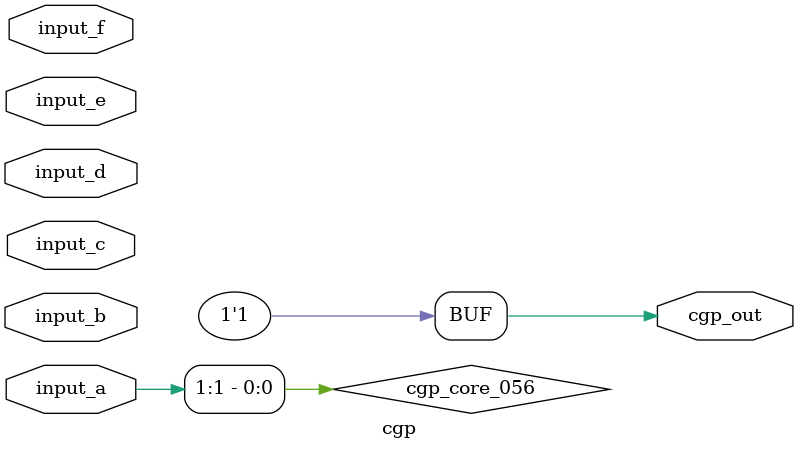
<source format=v>
module cgp(input [1:0] input_a, input [1:0] input_b, input [1:0] input_c, input [1:0] input_d, input [1:0] input_e, input [1:0] input_f, output [0:0] cgp_out);
  wire cgp_core_014;
  wire cgp_core_015;
  wire cgp_core_018;
  wire cgp_core_019_not;
  wire cgp_core_021;
  wire cgp_core_022;
  wire cgp_core_023;
  wire cgp_core_025;
  wire cgp_core_026;
  wire cgp_core_027;
  wire cgp_core_028;
  wire cgp_core_029;
  wire cgp_core_031;
  wire cgp_core_032;
  wire cgp_core_034;
  wire cgp_core_035;
  wire cgp_core_036;
  wire cgp_core_039;
  wire cgp_core_042;
  wire cgp_core_044;
  wire cgp_core_045;
  wire cgp_core_046;
  wire cgp_core_049;
  wire cgp_core_051;
  wire cgp_core_054_not;
  wire cgp_core_056;
  wire cgp_core_057;
  wire cgp_core_058;
  wire cgp_core_059;
  wire cgp_core_060;
  wire cgp_core_062;
  wire cgp_core_064;
  wire cgp_core_066;
  wire cgp_core_067;
  wire cgp_core_069;
  wire cgp_core_070;
  wire cgp_core_071;

  assign cgp_core_014 = input_a[0] ^ input_b[1];
  assign cgp_core_015 = ~(input_b[1] ^ input_a[0]);
  assign cgp_core_018 = ~(input_d[0] ^ input_a[0]);
  assign cgp_core_019_not = ~input_d[0];
  assign cgp_core_021 = ~(input_d[1] & input_a[1]);
  assign cgp_core_022 = input_b[0] ^ input_e[0];
  assign cgp_core_023 = input_a[1] | input_e[1];
  assign cgp_core_025 = ~input_d[0];
  assign cgp_core_026 = ~(input_c[1] | cgp_core_022);
  assign cgp_core_027 = input_a[0] & input_b[1];
  assign cgp_core_028 = input_d[0] | input_f[0];
  assign cgp_core_029 = ~input_a[0];
  assign cgp_core_031 = ~(input_f[0] | input_d[1]);
  assign cgp_core_032 = ~(input_e[1] | input_c[0]);
  assign cgp_core_034 = ~(input_f[0] | input_c[1]);
  assign cgp_core_035 = ~cgp_core_027;
  assign cgp_core_036 = ~(input_d[0] & input_e[0]);
  assign cgp_core_039 = cgp_core_018 ^ cgp_core_032;
  assign cgp_core_042 = cgp_core_039 | input_d[0];
  assign cgp_core_044 = ~(input_a[1] | input_c[0]);
  assign cgp_core_045 = input_a[1] ^ input_d[0];
  assign cgp_core_046 = ~cgp_core_044;
  assign cgp_core_049 = cgp_core_036 | input_a[0];
  assign cgp_core_051 = input_b[1] ^ input_a[1];
  assign cgp_core_054_not = ~input_b[1];
  assign cgp_core_056 = input_a[1] | input_a[1];
  assign cgp_core_057 = input_a[1] ^ input_d[0];
  assign cgp_core_058 = ~input_c[0];
  assign cgp_core_059 = ~(input_c[1] ^ input_b[1]);
  assign cgp_core_060 = ~input_d[1];
  assign cgp_core_062 = input_f[1] & cgp_core_057;
  assign cgp_core_064 = cgp_core_028 & input_c[0];
  assign cgp_core_066 = ~input_f[1];
  assign cgp_core_067 = ~(cgp_core_066 | input_a[0]);
  assign cgp_core_069 = ~(input_a[1] | input_c[0]);
  assign cgp_core_070 = input_b[0] | input_b[1];
  assign cgp_core_071 = input_a[1] | input_a[0];

  assign cgp_out[0] = 1'b1;
endmodule
</source>
